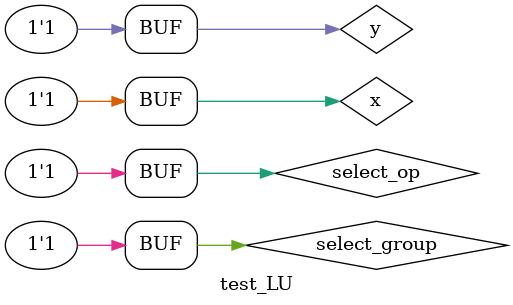
<source format=v>
module LU (output final_out, input a, input b, input select_op, input select_group);
    wire and_out, nand_out, or_out, nor_out;
    wire group1_out, group2_out;

    and AND1 (and_out, a, b);    
    nand NAND1 (nand_out, a, b); 
    or OR1 (or_out, a, b);       
    nor NOR1 (nor_out, a, b);    

    wire not_select_op;
    wire sa, sb;
    
    not NOT1 (not_select_op, select_op);
    and AND2 (sa, nand_out, not_select_op); 
    and AND3 (sb, and_out, select_op);      
    or OR2 (group1_out, sa, sb);            

    wire sc, sd;
    and AND4 (sc, nor_out, not_select_op);  
    and AND5 (sd, or_out, select_op);       
    or OR3 (group2_out, sc, sd);            
 
    wire not_select_group;
    wire se, sf;
    
    not NOT2 (not_select_group, select_group);
    and AND6 (se, group1_out, not_select_group); 
    and AND7 (sf, group2_out, select_group);     
    or OR4 (final_out, se, sf);                  

endmodule

module test_LU;
reg x;
reg y;
reg select_op;
reg select_group;
wire z;

LU modulo (z, x, y, select_op, select_group);

initial begin : main
    $display("Guia_0701 - Guilherme Soares Silva - 863485");
    x = 1'b0; y = 1'b1; select_op = 1'b0; select_group = 1'b0;
    
    #1 $monitor("%4b %4b %4b %4b | %4b", x, y, select_op, select_group, z);
    
    #1 x = 1'b0; y = 1'b0; select_op = 1'b0; select_group = 1'b0;
    #1 x = 1'b1; y = 1'b0; select_op = 1'b0; select_group = 1'b1;
    #1 x = 1'b1; y = 1'b1; select_op = 1'b1; select_group = 1'b0;
    #1 x = 1'b1; y = 1'b1; select_op = 1'b1; select_group = 1'b1;
end

endmodule


</source>
